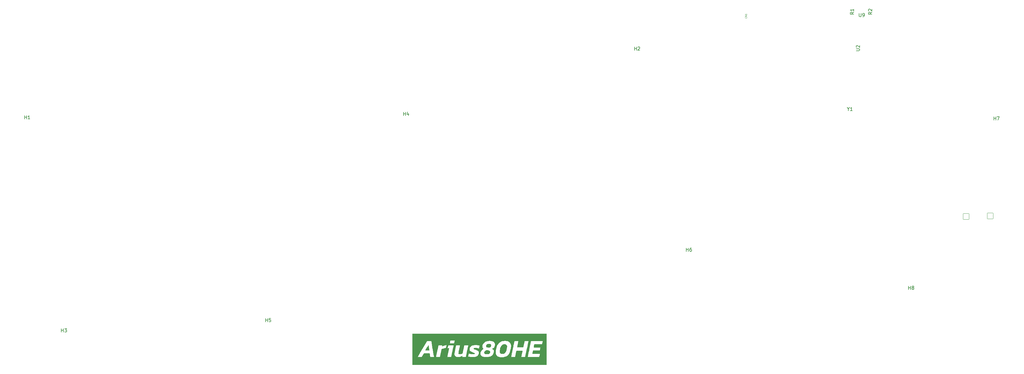
<source format=gbr>
%TF.GenerationSoftware,KiCad,Pcbnew,7.0.6*%
%TF.CreationDate,2024-04-21T10:48:58+02:00*%
%TF.ProjectId,Arius80-HE,41726975-7338-4302-9d48-452e6b696361,rev?*%
%TF.SameCoordinates,Original*%
%TF.FileFunction,Legend,Top*%
%TF.FilePolarity,Positive*%
%FSLAX46Y46*%
G04 Gerber Fmt 4.6, Leading zero omitted, Abs format (unit mm)*
G04 Created by KiCad (PCBNEW 7.0.6) date 2024-04-21 10:48:58*
%MOMM*%
%LPD*%
G01*
G04 APERTURE LIST*
G04 Aperture macros list*
%AMRoundRect*
0 Rectangle with rounded corners*
0 $1 Rounding radius*
0 $2 $3 $4 $5 $6 $7 $8 $9 X,Y pos of 4 corners*
0 Add a 4 corners polygon primitive as box body*
4,1,4,$2,$3,$4,$5,$6,$7,$8,$9,$2,$3,0*
0 Add four circle primitives for the rounded corners*
1,1,$1+$1,$2,$3*
1,1,$1+$1,$4,$5*
1,1,$1+$1,$6,$7*
1,1,$1+$1,$8,$9*
0 Add four rect primitives between the rounded corners*
20,1,$1+$1,$2,$3,$4,$5,0*
20,1,$1+$1,$4,$5,$6,$7,0*
20,1,$1+$1,$6,$7,$8,$9,0*
20,1,$1+$1,$8,$9,$2,$3,0*%
%AMHorizOval*
0 Thick line with rounded ends*
0 $1 width*
0 $2 $3 position (X,Y) of the first rounded end (center of the circle)*
0 $4 $5 position (X,Y) of the second rounded end (center of the circle)*
0 Add line between two ends*
20,1,$1,$2,$3,$4,$5,0*
0 Add two circle primitives to create the rounded ends*
1,1,$1,$2,$3*
1,1,$1,$4,$5*%
G04 Aperture macros list end*
%ADD10C,0.150000*%
%ADD11C,0.125000*%
%ADD12C,4.476000*%
%ADD13C,3.124000*%
%ADD14C,4.063800*%
%ADD15C,1.826000*%
%ADD16RoundRect,0.038000X-0.850000X0.850000X-0.850000X-0.850000X0.850000X-0.850000X0.850000X0.850000X0*%
%ADD17O,1.776000X1.776000*%
%ADD18C,0.726000*%
%ADD19O,1.076000X1.676000*%
%ADD20O,1.076000X2.176000*%
%ADD21RoundRect,0.038000X0.000000X-1.202082X1.202082X0.000000X0.000000X1.202082X-1.202082X0.000000X0*%
%ADD22HorizOval,1.776000X0.000000X0.000000X0.000000X0.000000X0*%
G04 APERTURE END LIST*
D10*
X92098095Y-170854819D02*
X92098095Y-169854819D01*
X92098095Y-170331009D02*
X92669523Y-170331009D01*
X92669523Y-170854819D02*
X92669523Y-169854819D01*
X93050476Y-169854819D02*
X93669523Y-169854819D01*
X93669523Y-169854819D02*
X93336190Y-170235771D01*
X93336190Y-170235771D02*
X93479047Y-170235771D01*
X93479047Y-170235771D02*
X93574285Y-170283390D01*
X93574285Y-170283390D02*
X93621904Y-170331009D01*
X93621904Y-170331009D02*
X93669523Y-170426247D01*
X93669523Y-170426247D02*
X93669523Y-170664342D01*
X93669523Y-170664342D02*
X93621904Y-170759580D01*
X93621904Y-170759580D02*
X93574285Y-170807200D01*
X93574285Y-170807200D02*
X93479047Y-170854819D01*
X93479047Y-170854819D02*
X93193333Y-170854819D01*
X93193333Y-170854819D02*
X93098095Y-170807200D01*
X93098095Y-170807200D02*
X93050476Y-170759580D01*
X370288095Y-107634819D02*
X370288095Y-106634819D01*
X370288095Y-107111009D02*
X370859523Y-107111009D01*
X370859523Y-107634819D02*
X370859523Y-106634819D01*
X371240476Y-106634819D02*
X371907142Y-106634819D01*
X371907142Y-106634819D02*
X371478571Y-107634819D01*
X194148095Y-106244819D02*
X194148095Y-105244819D01*
X194148095Y-105721009D02*
X194719523Y-105721009D01*
X194719523Y-106244819D02*
X194719523Y-105244819D01*
X195624285Y-105578152D02*
X195624285Y-106244819D01*
X195386190Y-105197200D02*
X195148095Y-105911485D01*
X195148095Y-105911485D02*
X195767142Y-105911485D01*
X81118095Y-107294819D02*
X81118095Y-106294819D01*
X81118095Y-106771009D02*
X81689523Y-106771009D01*
X81689523Y-107294819D02*
X81689523Y-106294819D01*
X82689523Y-107294819D02*
X82118095Y-107294819D01*
X82403809Y-107294819D02*
X82403809Y-106294819D01*
X82403809Y-106294819D02*
X82308571Y-106437676D01*
X82308571Y-106437676D02*
X82213333Y-106532914D01*
X82213333Y-106532914D02*
X82118095Y-106580533D01*
X278518095Y-146784819D02*
X278518095Y-145784819D01*
X278518095Y-146261009D02*
X279089523Y-146261009D01*
X279089523Y-146784819D02*
X279089523Y-145784819D01*
X279994285Y-145784819D02*
X279803809Y-145784819D01*
X279803809Y-145784819D02*
X279708571Y-145832438D01*
X279708571Y-145832438D02*
X279660952Y-145880057D01*
X279660952Y-145880057D02*
X279565714Y-146022914D01*
X279565714Y-146022914D02*
X279518095Y-146213390D01*
X279518095Y-146213390D02*
X279518095Y-146594342D01*
X279518095Y-146594342D02*
X279565714Y-146689580D01*
X279565714Y-146689580D02*
X279613333Y-146737200D01*
X279613333Y-146737200D02*
X279708571Y-146784819D01*
X279708571Y-146784819D02*
X279899047Y-146784819D01*
X279899047Y-146784819D02*
X279994285Y-146737200D01*
X279994285Y-146737200D02*
X280041904Y-146689580D01*
X280041904Y-146689580D02*
X280089523Y-146594342D01*
X280089523Y-146594342D02*
X280089523Y-146356247D01*
X280089523Y-146356247D02*
X280041904Y-146261009D01*
X280041904Y-146261009D02*
X279994285Y-146213390D01*
X279994285Y-146213390D02*
X279899047Y-146165771D01*
X279899047Y-146165771D02*
X279708571Y-146165771D01*
X279708571Y-146165771D02*
X279613333Y-146213390D01*
X279613333Y-146213390D02*
X279565714Y-146261009D01*
X279565714Y-146261009D02*
X279518095Y-146356247D01*
X263078095Y-86804819D02*
X263078095Y-85804819D01*
X263078095Y-86281009D02*
X263649523Y-86281009D01*
X263649523Y-86804819D02*
X263649523Y-85804819D01*
X264078095Y-85900057D02*
X264125714Y-85852438D01*
X264125714Y-85852438D02*
X264220952Y-85804819D01*
X264220952Y-85804819D02*
X264459047Y-85804819D01*
X264459047Y-85804819D02*
X264554285Y-85852438D01*
X264554285Y-85852438D02*
X264601904Y-85900057D01*
X264601904Y-85900057D02*
X264649523Y-85995295D01*
X264649523Y-85995295D02*
X264649523Y-86090533D01*
X264649523Y-86090533D02*
X264601904Y-86233390D01*
X264601904Y-86233390D02*
X264030476Y-86804819D01*
X264030476Y-86804819D02*
X264649523Y-86804819D01*
X152998095Y-167804819D02*
X152998095Y-166804819D01*
X152998095Y-167281009D02*
X153569523Y-167281009D01*
X153569523Y-167804819D02*
X153569523Y-166804819D01*
X154521904Y-166804819D02*
X154045714Y-166804819D01*
X154045714Y-166804819D02*
X153998095Y-167281009D01*
X153998095Y-167281009D02*
X154045714Y-167233390D01*
X154045714Y-167233390D02*
X154140952Y-167185771D01*
X154140952Y-167185771D02*
X154379047Y-167185771D01*
X154379047Y-167185771D02*
X154474285Y-167233390D01*
X154474285Y-167233390D02*
X154521904Y-167281009D01*
X154521904Y-167281009D02*
X154569523Y-167376247D01*
X154569523Y-167376247D02*
X154569523Y-167614342D01*
X154569523Y-167614342D02*
X154521904Y-167709580D01*
X154521904Y-167709580D02*
X154474285Y-167757200D01*
X154474285Y-167757200D02*
X154379047Y-167804819D01*
X154379047Y-167804819D02*
X154140952Y-167804819D01*
X154140952Y-167804819D02*
X154045714Y-167757200D01*
X154045714Y-167757200D02*
X153998095Y-167709580D01*
X344818095Y-158184819D02*
X344818095Y-157184819D01*
X344818095Y-157661009D02*
X345389523Y-157661009D01*
X345389523Y-158184819D02*
X345389523Y-157184819D01*
X346008571Y-157613390D02*
X345913333Y-157565771D01*
X345913333Y-157565771D02*
X345865714Y-157518152D01*
X345865714Y-157518152D02*
X345818095Y-157422914D01*
X345818095Y-157422914D02*
X345818095Y-157375295D01*
X345818095Y-157375295D02*
X345865714Y-157280057D01*
X345865714Y-157280057D02*
X345913333Y-157232438D01*
X345913333Y-157232438D02*
X346008571Y-157184819D01*
X346008571Y-157184819D02*
X346199047Y-157184819D01*
X346199047Y-157184819D02*
X346294285Y-157232438D01*
X346294285Y-157232438D02*
X346341904Y-157280057D01*
X346341904Y-157280057D02*
X346389523Y-157375295D01*
X346389523Y-157375295D02*
X346389523Y-157422914D01*
X346389523Y-157422914D02*
X346341904Y-157518152D01*
X346341904Y-157518152D02*
X346294285Y-157565771D01*
X346294285Y-157565771D02*
X346199047Y-157613390D01*
X346199047Y-157613390D02*
X346008571Y-157613390D01*
X346008571Y-157613390D02*
X345913333Y-157661009D01*
X345913333Y-157661009D02*
X345865714Y-157708628D01*
X345865714Y-157708628D02*
X345818095Y-157803866D01*
X345818095Y-157803866D02*
X345818095Y-157994342D01*
X345818095Y-157994342D02*
X345865714Y-158089580D01*
X345865714Y-158089580D02*
X345913333Y-158137200D01*
X345913333Y-158137200D02*
X346008571Y-158184819D01*
X346008571Y-158184819D02*
X346199047Y-158184819D01*
X346199047Y-158184819D02*
X346294285Y-158137200D01*
X346294285Y-158137200D02*
X346341904Y-158089580D01*
X346341904Y-158089580D02*
X346389523Y-157994342D01*
X346389523Y-157994342D02*
X346389523Y-157803866D01*
X346389523Y-157803866D02*
X346341904Y-157708628D01*
X346341904Y-157708628D02*
X346294285Y-157661009D01*
X346294285Y-157661009D02*
X346199047Y-157613390D01*
X330078095Y-75794819D02*
X330078095Y-76604342D01*
X330078095Y-76604342D02*
X330125714Y-76699580D01*
X330125714Y-76699580D02*
X330173333Y-76747200D01*
X330173333Y-76747200D02*
X330268571Y-76794819D01*
X330268571Y-76794819D02*
X330459047Y-76794819D01*
X330459047Y-76794819D02*
X330554285Y-76747200D01*
X330554285Y-76747200D02*
X330601904Y-76699580D01*
X330601904Y-76699580D02*
X330649523Y-76604342D01*
X330649523Y-76604342D02*
X330649523Y-75794819D01*
X331173333Y-76794819D02*
X331363809Y-76794819D01*
X331363809Y-76794819D02*
X331459047Y-76747200D01*
X331459047Y-76747200D02*
X331506666Y-76699580D01*
X331506666Y-76699580D02*
X331601904Y-76556723D01*
X331601904Y-76556723D02*
X331649523Y-76366247D01*
X331649523Y-76366247D02*
X331649523Y-75985295D01*
X331649523Y-75985295D02*
X331601904Y-75890057D01*
X331601904Y-75890057D02*
X331554285Y-75842438D01*
X331554285Y-75842438D02*
X331459047Y-75794819D01*
X331459047Y-75794819D02*
X331268571Y-75794819D01*
X331268571Y-75794819D02*
X331173333Y-75842438D01*
X331173333Y-75842438D02*
X331125714Y-75890057D01*
X331125714Y-75890057D02*
X331078095Y-75985295D01*
X331078095Y-75985295D02*
X331078095Y-76223390D01*
X331078095Y-76223390D02*
X331125714Y-76318628D01*
X331125714Y-76318628D02*
X331173333Y-76366247D01*
X331173333Y-76366247D02*
X331268571Y-76413866D01*
X331268571Y-76413866D02*
X331459047Y-76413866D01*
X331459047Y-76413866D02*
X331554285Y-76366247D01*
X331554285Y-76366247D02*
X331601904Y-76318628D01*
X331601904Y-76318628D02*
X331649523Y-76223390D01*
D11*
X296507190Y-76883928D02*
X296531000Y-76907737D01*
X296531000Y-76907737D02*
X296554809Y-76979166D01*
X296554809Y-76979166D02*
X296554809Y-77026785D01*
X296554809Y-77026785D02*
X296531000Y-77098213D01*
X296531000Y-77098213D02*
X296483380Y-77145832D01*
X296483380Y-77145832D02*
X296435761Y-77169642D01*
X296435761Y-77169642D02*
X296340523Y-77193451D01*
X296340523Y-77193451D02*
X296269095Y-77193451D01*
X296269095Y-77193451D02*
X296173857Y-77169642D01*
X296173857Y-77169642D02*
X296126238Y-77145832D01*
X296126238Y-77145832D02*
X296078619Y-77098213D01*
X296078619Y-77098213D02*
X296054809Y-77026785D01*
X296054809Y-77026785D02*
X296054809Y-76979166D01*
X296054809Y-76979166D02*
X296078619Y-76907737D01*
X296078619Y-76907737D02*
X296102428Y-76883928D01*
X296221476Y-76455356D02*
X296554809Y-76455356D01*
X296031000Y-76574404D02*
X296388142Y-76693451D01*
X296388142Y-76693451D02*
X296388142Y-76383928D01*
X296554809Y-75931547D02*
X296554809Y-76217261D01*
X296554809Y-76074404D02*
X296054809Y-76074404D01*
X296054809Y-76074404D02*
X296126238Y-76122023D01*
X296126238Y-76122023D02*
X296173857Y-76169642D01*
X296173857Y-76169642D02*
X296197666Y-76217261D01*
D10*
X333834819Y-75456666D02*
X333358628Y-75789999D01*
X333834819Y-76028094D02*
X332834819Y-76028094D01*
X332834819Y-76028094D02*
X332834819Y-75647142D01*
X332834819Y-75647142D02*
X332882438Y-75551904D01*
X332882438Y-75551904D02*
X332930057Y-75504285D01*
X332930057Y-75504285D02*
X333025295Y-75456666D01*
X333025295Y-75456666D02*
X333168152Y-75456666D01*
X333168152Y-75456666D02*
X333263390Y-75504285D01*
X333263390Y-75504285D02*
X333311009Y-75551904D01*
X333311009Y-75551904D02*
X333358628Y-75647142D01*
X333358628Y-75647142D02*
X333358628Y-76028094D01*
X332930057Y-75075713D02*
X332882438Y-75028094D01*
X332882438Y-75028094D02*
X332834819Y-74932856D01*
X332834819Y-74932856D02*
X332834819Y-74694761D01*
X332834819Y-74694761D02*
X332882438Y-74599523D01*
X332882438Y-74599523D02*
X332930057Y-74551904D01*
X332930057Y-74551904D02*
X333025295Y-74504285D01*
X333025295Y-74504285D02*
X333120533Y-74504285D01*
X333120533Y-74504285D02*
X333263390Y-74551904D01*
X333263390Y-74551904D02*
X333834819Y-75123332D01*
X333834819Y-75123332D02*
X333834819Y-74504285D01*
X328444819Y-75456666D02*
X327968628Y-75789999D01*
X328444819Y-76028094D02*
X327444819Y-76028094D01*
X327444819Y-76028094D02*
X327444819Y-75647142D01*
X327444819Y-75647142D02*
X327492438Y-75551904D01*
X327492438Y-75551904D02*
X327540057Y-75504285D01*
X327540057Y-75504285D02*
X327635295Y-75456666D01*
X327635295Y-75456666D02*
X327778152Y-75456666D01*
X327778152Y-75456666D02*
X327873390Y-75504285D01*
X327873390Y-75504285D02*
X327921009Y-75551904D01*
X327921009Y-75551904D02*
X327968628Y-75647142D01*
X327968628Y-75647142D02*
X327968628Y-76028094D01*
X328444819Y-74504285D02*
X328444819Y-75075713D01*
X328444819Y-74789999D02*
X327444819Y-74789999D01*
X327444819Y-74789999D02*
X327587676Y-74885237D01*
X327587676Y-74885237D02*
X327682914Y-74980475D01*
X327682914Y-74980475D02*
X327730533Y-75075713D01*
X326843809Y-104328628D02*
X326843809Y-104804819D01*
X326510476Y-103804819D02*
X326843809Y-104328628D01*
X326843809Y-104328628D02*
X327177142Y-103804819D01*
X328034285Y-104804819D02*
X327462857Y-104804819D01*
X327748571Y-104804819D02*
X327748571Y-103804819D01*
X327748571Y-103804819D02*
X327653333Y-103947676D01*
X327653333Y-103947676D02*
X327558095Y-104042914D01*
X327558095Y-104042914D02*
X327462857Y-104090533D01*
X329182319Y-86929404D02*
X329991842Y-86929404D01*
X329991842Y-86929404D02*
X330087080Y-86881785D01*
X330087080Y-86881785D02*
X330134700Y-86834166D01*
X330134700Y-86834166D02*
X330182319Y-86738928D01*
X330182319Y-86738928D02*
X330182319Y-86548452D01*
X330182319Y-86548452D02*
X330134700Y-86453214D01*
X330134700Y-86453214D02*
X330087080Y-86405595D01*
X330087080Y-86405595D02*
X329991842Y-86357976D01*
X329991842Y-86357976D02*
X329182319Y-86357976D01*
X329277557Y-85929404D02*
X329229938Y-85881785D01*
X329229938Y-85881785D02*
X329182319Y-85786547D01*
X329182319Y-85786547D02*
X329182319Y-85548452D01*
X329182319Y-85548452D02*
X329229938Y-85453214D01*
X329229938Y-85453214D02*
X329277557Y-85405595D01*
X329277557Y-85405595D02*
X329372795Y-85357976D01*
X329372795Y-85357976D02*
X329468033Y-85357976D01*
X329468033Y-85357976D02*
X329610890Y-85405595D01*
X329610890Y-85405595D02*
X330182319Y-85977023D01*
X330182319Y-85977023D02*
X330182319Y-85357976D01*
%TO.C,G\u002A\u002A\u002A*%
G36*
X229819395Y-177817781D02*
G01*
X229807195Y-177829981D01*
X229794996Y-177817781D01*
X229807195Y-177805581D01*
X229819395Y-177817781D01*
G37*
G36*
X219733429Y-174394464D02*
G01*
X219870070Y-174402714D01*
X219969724Y-174415199D01*
X220044152Y-174433921D01*
X220096148Y-174456117D01*
X220188412Y-174509992D01*
X220246419Y-174565078D01*
X220277645Y-174634634D01*
X220289568Y-174731918D01*
X220290610Y-174800959D01*
X220271872Y-174991935D01*
X220215686Y-175153945D01*
X220119650Y-175290706D01*
X219981362Y-175405934D01*
X219852841Y-175478353D01*
X219757815Y-175520646D01*
X219674238Y-175546217D01*
X219589457Y-175555755D01*
X219490824Y-175549950D01*
X219365687Y-175529491D01*
X219270769Y-175510074D01*
X219108811Y-175469307D01*
X218987854Y-175422865D01*
X218900120Y-175366330D01*
X218837827Y-175295285D01*
X218812235Y-175249762D01*
X218775872Y-175119294D01*
X218782602Y-174969636D01*
X218832212Y-174804094D01*
X218842483Y-174780029D01*
X218921504Y-174644191D01*
X219026812Y-174539096D01*
X219161806Y-174463273D01*
X219329883Y-174415252D01*
X219534442Y-174393563D01*
X219733429Y-174394464D01*
G37*
G36*
X201585798Y-174736670D02*
G01*
X201597667Y-174760543D01*
X201612269Y-174811648D01*
X201630416Y-174893813D01*
X201652915Y-175010864D01*
X201680579Y-175166629D01*
X201714216Y-175364934D01*
X201733388Y-175480391D01*
X201765033Y-175671282D01*
X201794633Y-175848536D01*
X201821130Y-176005926D01*
X201843468Y-176137225D01*
X201860591Y-176236206D01*
X201871443Y-176296642D01*
X201874333Y-176311105D01*
X201887125Y-176366004D01*
X201248650Y-176366004D01*
X201078554Y-176365337D01*
X200926293Y-176363459D01*
X200798118Y-176360551D01*
X200700278Y-176356796D01*
X200639022Y-176352376D01*
X200620420Y-176347704D01*
X200658448Y-176280986D01*
X200714467Y-176184327D01*
X200785141Y-176063349D01*
X200867138Y-175923677D01*
X200957123Y-175770935D01*
X201051761Y-175610747D01*
X201147718Y-175448737D01*
X201241659Y-175290528D01*
X201330251Y-175141745D01*
X201410159Y-175008012D01*
X201478049Y-174894951D01*
X201530586Y-174808188D01*
X201564437Y-174753347D01*
X201575852Y-174736203D01*
X201585798Y-174736670D01*
G37*
G36*
X219007937Y-176263787D02*
G01*
X219112405Y-176278019D01*
X219248328Y-176305324D01*
X219315361Y-176320101D01*
X219499719Y-176363807D01*
X219642838Y-176404271D01*
X219751888Y-176444405D01*
X219834039Y-176487123D01*
X219896461Y-176535340D01*
X219928335Y-176569197D01*
X219960928Y-176612087D01*
X219978889Y-176653496D01*
X219985266Y-176708448D01*
X219983111Y-176791966D01*
X219981024Y-176828734D01*
X219949912Y-177015435D01*
X219880820Y-177171576D01*
X219773910Y-177296938D01*
X219629344Y-177391299D01*
X219540958Y-177427489D01*
X219451319Y-177448458D01*
X219325889Y-177464700D01*
X219177480Y-177475876D01*
X219018903Y-177481650D01*
X218862967Y-177481684D01*
X218722485Y-177475640D01*
X218610267Y-177463181D01*
X218564348Y-177453219D01*
X218420664Y-177396046D01*
X218319548Y-177317202D01*
X218259194Y-177213673D01*
X218237793Y-177082447D01*
X218251483Y-176931688D01*
X218304088Y-176740310D01*
X218389261Y-176583216D01*
X218510741Y-176455318D01*
X218672266Y-176351526D01*
X218680971Y-176347123D01*
X218771441Y-176304297D01*
X218848637Y-176276450D01*
X218923742Y-176263106D01*
X219007937Y-176263787D01*
G37*
G36*
X224482837Y-174527200D02*
G01*
X224668356Y-174573697D01*
X224816372Y-174651414D01*
X224926887Y-174760352D01*
X224999901Y-174900512D01*
X225002713Y-174908777D01*
X225027307Y-175029585D01*
X225035769Y-175187914D01*
X225029089Y-175375587D01*
X225008258Y-175584426D01*
X224974267Y-175806257D01*
X224928104Y-176032901D01*
X224870762Y-176256184D01*
X224819581Y-176420771D01*
X224714891Y-176687002D01*
X224595201Y-176908675D01*
X224458691Y-177088216D01*
X224303539Y-177228053D01*
X224141972Y-177324101D01*
X224068648Y-177357345D01*
X224006492Y-177379918D01*
X223942548Y-177394156D01*
X223863857Y-177402393D01*
X223757461Y-177406963D01*
X223670692Y-177409004D01*
X223520281Y-177410032D01*
X223407988Y-177405457D01*
X223323366Y-177394449D01*
X223255967Y-177376182D01*
X223255899Y-177376157D01*
X223110306Y-177306171D01*
X223001426Y-177210055D01*
X222920894Y-177080369D01*
X222919195Y-177076684D01*
X222890236Y-177007633D01*
X222872026Y-176943988D01*
X222862332Y-176871147D01*
X222858921Y-176774512D01*
X222859087Y-176683680D01*
X222876121Y-176396433D01*
X222919998Y-176093219D01*
X222987266Y-175789243D01*
X223074470Y-175499712D01*
X223178158Y-175239832D01*
X223195158Y-175203853D01*
X223320751Y-174983366D01*
X223463941Y-174807509D01*
X223627686Y-174674359D01*
X223814942Y-174581996D01*
X224028665Y-174528498D01*
X224259813Y-174511923D01*
X224482837Y-174527200D01*
G37*
G36*
X236797685Y-176024409D02*
G01*
X236797685Y-180660336D01*
X216790000Y-180660336D01*
X196782316Y-180660336D01*
X196782316Y-178294470D01*
X203852689Y-178294470D01*
X204432920Y-178287922D01*
X205013151Y-178281374D01*
X205015160Y-178271828D01*
X207225351Y-178271828D01*
X207248665Y-178278061D01*
X207314268Y-178283570D01*
X207415654Y-178288107D01*
X207546314Y-178291423D01*
X207699741Y-178293272D01*
X207796097Y-178293573D01*
X208366843Y-178293573D01*
X208380423Y-178238674D01*
X208387637Y-178206012D01*
X208404031Y-178129631D01*
X208428750Y-178013570D01*
X208460940Y-177861869D01*
X208499745Y-177678565D01*
X208544313Y-177467697D01*
X208570432Y-177343955D01*
X209351510Y-177343955D01*
X209352519Y-177399919D01*
X209353462Y-177427387D01*
X209360479Y-177553961D01*
X209372739Y-177648853D01*
X209393616Y-177729144D01*
X209426482Y-177811917D01*
X209431696Y-177823498D01*
X209536009Y-177997964D01*
X209674112Y-178137794D01*
X209845127Y-178242697D01*
X210048178Y-178312383D01*
X210282387Y-178346561D01*
X210546878Y-178344940D01*
X210840774Y-178307231D01*
X210873094Y-178301206D01*
X211134096Y-178234690D01*
X211380517Y-178140112D01*
X211513214Y-178072816D01*
X211584170Y-178034420D01*
X211638004Y-178008271D01*
X211659612Y-178000734D01*
X211668196Y-178022811D01*
X211671715Y-178080255D01*
X211670014Y-178147131D01*
X211661747Y-178293573D01*
X212200705Y-178293573D01*
X212356973Y-178292852D01*
X212495445Y-178290833D01*
X212609174Y-178287730D01*
X212691208Y-178283760D01*
X212734596Y-178279139D01*
X212739664Y-178276849D01*
X212744565Y-178250311D01*
X212758612Y-178180691D01*
X212771967Y-178115731D01*
X213448229Y-178115731D01*
X213456241Y-178150511D01*
X213488926Y-178176725D01*
X213557002Y-178202176D01*
X213574073Y-178207346D01*
X213826574Y-178268190D01*
X214112041Y-178312698D01*
X214417215Y-178340169D01*
X214728835Y-178349903D01*
X215033642Y-178341198D01*
X215318375Y-178313352D01*
X215385726Y-178303177D01*
X215673320Y-178238357D01*
X215922420Y-178143865D01*
X216133662Y-178019193D01*
X216307678Y-177863829D01*
X216445103Y-177677266D01*
X216546572Y-177458993D01*
X216583205Y-177340882D01*
X216596615Y-177269252D01*
X217120982Y-177269252D01*
X217121010Y-177392484D01*
X217124338Y-177480505D01*
X217133369Y-177546894D01*
X217150510Y-177605231D01*
X217178162Y-177669096D01*
X217199591Y-177713261D01*
X217301323Y-177875376D01*
X217435651Y-178011384D01*
X217606101Y-178123748D01*
X217816205Y-178214926D01*
X217997781Y-178269818D01*
X218198049Y-178309547D01*
X218434010Y-178335942D01*
X218694312Y-178348627D01*
X218967599Y-178347226D01*
X219242518Y-178331360D01*
X219392370Y-178316087D01*
X219680828Y-178266013D01*
X219956011Y-178187761D01*
X220207234Y-178085031D01*
X220423810Y-177961524D01*
X220431779Y-177956082D01*
X220625517Y-177794161D01*
X220792299Y-177596666D01*
X220927876Y-177371216D01*
X221027994Y-177125434D01*
X221088404Y-176866940D01*
X221100893Y-176756658D01*
X221100106Y-176709328D01*
X221677140Y-176709328D01*
X221683325Y-177009861D01*
X221719520Y-177283393D01*
X221785873Y-177525940D01*
X221860775Y-177695003D01*
X221941602Y-177815616D01*
X222052744Y-177941897D01*
X222179864Y-178059826D01*
X222308625Y-178155382D01*
X222365313Y-178188411D01*
X222540914Y-178266119D01*
X222742706Y-178332836D01*
X222948235Y-178381416D01*
X222999703Y-178390224D01*
X223122311Y-178402234D01*
X223280288Y-178407235D01*
X223460789Y-178405756D01*
X223650969Y-178398330D01*
X223837985Y-178385486D01*
X224008991Y-178367757D01*
X224151144Y-178345674D01*
X224170058Y-178341834D01*
X224456083Y-178264375D01*
X226271585Y-178264375D01*
X226281616Y-178274697D01*
X226307664Y-178282263D01*
X226355351Y-178287497D01*
X226430301Y-178290821D01*
X226538136Y-178292659D01*
X226684480Y-178293434D01*
X226839192Y-178293573D01*
X227416764Y-178293573D01*
X227595061Y-177445687D01*
X227637391Y-177244961D01*
X227677470Y-177055995D01*
X227713972Y-176884955D01*
X227745573Y-176738008D01*
X227770947Y-176621318D01*
X227788770Y-176541053D01*
X227796933Y-176506302D01*
X227820508Y-176414803D01*
X228746753Y-176414803D01*
X229015825Y-176415449D01*
X229239860Y-176417376D01*
X229418145Y-176420563D01*
X229549967Y-176424992D01*
X229634614Y-176430644D01*
X229671372Y-176437500D01*
X229672998Y-176439465D01*
X229668125Y-176468200D01*
X229654417Y-176538176D01*
X229633233Y-176642912D01*
X229605937Y-176775929D01*
X229573888Y-176930744D01*
X229538450Y-177100878D01*
X229500983Y-177279849D01*
X229462849Y-177461178D01*
X229425410Y-177638383D01*
X229390027Y-177804984D01*
X229358063Y-177954500D01*
X229330878Y-178080450D01*
X229309834Y-178176354D01*
X229296293Y-178235731D01*
X229292415Y-178250874D01*
X229291120Y-178264334D01*
X229300268Y-178274631D01*
X229325440Y-178282183D01*
X229372216Y-178287409D01*
X229446176Y-178290726D01*
X229552899Y-178292552D01*
X229697966Y-178293304D01*
X229860450Y-178293411D01*
X230441585Y-178293249D01*
X230442800Y-178287474D01*
X231210980Y-178287474D01*
X231234596Y-178288482D01*
X231303132Y-178289438D01*
X231412706Y-178290328D01*
X231559438Y-178291139D01*
X231739447Y-178291857D01*
X231948853Y-178292468D01*
X232183777Y-178292958D01*
X232440336Y-178293315D01*
X232714651Y-178293523D01*
X232937146Y-178293573D01*
X234664118Y-178293573D01*
X234754963Y-177860480D01*
X234784002Y-177721066D01*
X234809194Y-177598257D01*
X234828943Y-177499983D01*
X234841655Y-177434175D01*
X234845762Y-177409087D01*
X234822147Y-177405398D01*
X234754494Y-177401958D01*
X234647566Y-177398843D01*
X234506124Y-177396127D01*
X234334930Y-177393888D01*
X234138745Y-177392202D01*
X233922331Y-177391143D01*
X233697290Y-177390788D01*
X233430639Y-177390703D01*
X233208754Y-177390349D01*
X233027602Y-177389574D01*
X232883150Y-177388225D01*
X232771365Y-177386152D01*
X232688214Y-177383203D01*
X232629663Y-177379227D01*
X232591680Y-177374070D01*
X232570232Y-177367583D01*
X232561285Y-177359614D01*
X232560806Y-177350010D01*
X232561311Y-177348088D01*
X232570283Y-177310948D01*
X232587340Y-177234804D01*
X232610566Y-177128418D01*
X232638044Y-177000551D01*
X232661394Y-176890596D01*
X232690902Y-176751982D01*
X232717720Y-176627961D01*
X232739921Y-176527293D01*
X232755577Y-176458740D01*
X232762034Y-176433103D01*
X232767906Y-176422577D01*
X232781434Y-176413931D01*
X232807018Y-176406981D01*
X232849059Y-176401544D01*
X232911956Y-176397436D01*
X233000109Y-176394474D01*
X233117919Y-176392475D01*
X233269786Y-176391254D01*
X233460109Y-176390628D01*
X233693289Y-176390415D01*
X233785977Y-176390403D01*
X234002784Y-176390261D01*
X234203706Y-176389855D01*
X234383663Y-176389216D01*
X234537574Y-176388374D01*
X234660358Y-176387360D01*
X234746934Y-176386205D01*
X234792221Y-176384939D01*
X234797800Y-176384303D01*
X234802760Y-176359654D01*
X234816023Y-176294759D01*
X234836042Y-176197164D01*
X234861269Y-176074418D01*
X234890155Y-175934068D01*
X234890393Y-175932911D01*
X234982102Y-175487618D01*
X233974524Y-175487618D01*
X233715801Y-175487318D01*
X233502271Y-175486347D01*
X233330330Y-175484596D01*
X233196376Y-175481955D01*
X233096806Y-175478316D01*
X233028016Y-175473569D01*
X232986404Y-175467605D01*
X232968365Y-175460315D01*
X232966942Y-175457118D01*
X232971927Y-175424767D01*
X232985820Y-175352581D01*
X233007026Y-175248381D01*
X233033951Y-175119986D01*
X233064999Y-174975217D01*
X233068967Y-174956926D01*
X233170995Y-174487233D01*
X234320150Y-174487233D01*
X235469305Y-174487233D01*
X235560151Y-174054140D01*
X235589190Y-173914712D01*
X235614383Y-173791875D01*
X235634132Y-173693563D01*
X235646843Y-173627712D01*
X235650950Y-173602584D01*
X235627190Y-173599616D01*
X235558519Y-173596969D01*
X235448822Y-173594670D01*
X235301984Y-173592748D01*
X235121893Y-173591228D01*
X234912435Y-173590140D01*
X234677495Y-173589510D01*
X234420961Y-173589366D01*
X234146717Y-173589736D01*
X233926861Y-173590384D01*
X232202818Y-173596647D01*
X231707302Y-175939010D01*
X231637473Y-176269122D01*
X231570558Y-176585506D01*
X231507240Y-176884923D01*
X231448204Y-177164136D01*
X231394134Y-177419909D01*
X231345715Y-177649003D01*
X231303629Y-177848181D01*
X231268563Y-178014206D01*
X231241199Y-178143839D01*
X231222223Y-178233845D01*
X231212317Y-178280984D01*
X231210980Y-178287474D01*
X230442800Y-178287474D01*
X230928086Y-175981548D01*
X230997315Y-175652663D01*
X231063816Y-175336878D01*
X231126884Y-175037521D01*
X231185819Y-174757923D01*
X231239917Y-174501412D01*
X231288475Y-174271318D01*
X231330790Y-174070971D01*
X231366161Y-173903699D01*
X231393884Y-173772831D01*
X231413256Y-173681698D01*
X231423575Y-173633629D01*
X231425024Y-173627147D01*
X231425425Y-173613605D01*
X231415396Y-173603263D01*
X231389296Y-173595693D01*
X231341485Y-173590467D01*
X231266323Y-173587157D01*
X231158170Y-173585337D01*
X231011385Y-173584578D01*
X230861835Y-173584448D01*
X230668748Y-173585085D01*
X230519936Y-173587152D01*
X230410891Y-173590886D01*
X230337104Y-173596521D01*
X230294067Y-173604292D01*
X230277269Y-173614434D01*
X230277059Y-173614947D01*
X230269682Y-173644974D01*
X230253479Y-173717349D01*
X230229620Y-173826655D01*
X230199269Y-173967473D01*
X230163594Y-174134387D01*
X230123762Y-174321978D01*
X230080940Y-174524830D01*
X230074732Y-174554332D01*
X229883555Y-175463218D01*
X228948224Y-175463218D01*
X228012894Y-175463218D01*
X228025575Y-175408319D01*
X228036839Y-175357413D01*
X228055889Y-175268918D01*
X228081385Y-175149234D01*
X228111984Y-175004763D01*
X228146347Y-174841904D01*
X228183131Y-174667058D01*
X228220996Y-174486625D01*
X228258601Y-174307006D01*
X228294604Y-174134600D01*
X228327666Y-173975808D01*
X228356444Y-173837032D01*
X228379598Y-173724670D01*
X228395786Y-173645123D01*
X228403668Y-173604792D01*
X228404218Y-173601172D01*
X228380942Y-173596462D01*
X228315609Y-173592265D01*
X228214960Y-173588778D01*
X228085737Y-173586198D01*
X227934679Y-173584722D01*
X227831291Y-173584448D01*
X227258365Y-173584448D01*
X227245422Y-173639347D01*
X227238623Y-173670698D01*
X227222495Y-173746409D01*
X227197754Y-173863082D01*
X227165118Y-174017323D01*
X227125303Y-174205737D01*
X227079026Y-174424927D01*
X227027004Y-174671499D01*
X226969953Y-174942056D01*
X226908591Y-175233205D01*
X226843635Y-175541548D01*
X226775800Y-175863691D01*
X226757376Y-175951210D01*
X226688964Y-176276131D01*
X226623288Y-176587931D01*
X226561060Y-176883238D01*
X226502990Y-177158682D01*
X226449790Y-177410890D01*
X226402173Y-177636493D01*
X226360850Y-177832117D01*
X226326532Y-177994392D01*
X226299932Y-178119946D01*
X226281760Y-178205408D01*
X226272729Y-178247407D01*
X226271946Y-178250874D01*
X226271585Y-178264375D01*
X224456083Y-178264375D01*
X224488275Y-178255657D01*
X224774829Y-178137422D01*
X225031618Y-177985274D01*
X225260540Y-177797355D01*
X225463493Y-177571809D01*
X225642377Y-177306779D01*
X225799089Y-177000409D01*
X225935527Y-176650843D01*
X225953279Y-176597864D01*
X226039522Y-176309859D01*
X226111346Y-176017330D01*
X226167234Y-175729554D01*
X226205672Y-175455809D01*
X226225142Y-175205371D01*
X226224128Y-174987518D01*
X226221828Y-174954617D01*
X226197273Y-174772555D01*
X226154820Y-174583841D01*
X226099250Y-174405798D01*
X226035342Y-174255753D01*
X226022207Y-174231037D01*
X225919227Y-174081894D01*
X225783087Y-173937555D01*
X225628592Y-173811799D01*
X225472176Y-173719169D01*
X225318642Y-173653524D01*
X225167157Y-173604618D01*
X225002331Y-173568547D01*
X224808773Y-173541410D01*
X224744203Y-173534568D01*
X224530034Y-173523346D01*
X224289825Y-173527799D01*
X224043331Y-173546756D01*
X223810312Y-173579042D01*
X223727758Y-173594908D01*
X223406538Y-173684031D01*
X223114249Y-173810588D01*
X222850065Y-173975381D01*
X222613160Y-174179210D01*
X222402707Y-174422875D01*
X222217878Y-174707178D01*
X222057848Y-175032917D01*
X221949523Y-175316820D01*
X221837156Y-175685538D01*
X221754204Y-176043184D01*
X221700815Y-176385775D01*
X221677140Y-176709328D01*
X221100106Y-176709328D01*
X221097434Y-176548740D01*
X221052262Y-176365599D01*
X220964316Y-176205016D01*
X220832536Y-176064777D01*
X220735126Y-175991568D01*
X220594789Y-175897728D01*
X220735863Y-175813264D01*
X220928634Y-175672718D01*
X221093365Y-175502099D01*
X221227439Y-175308074D01*
X221328238Y-175097308D01*
X221393144Y-174876469D01*
X221419540Y-174652222D01*
X221404809Y-174431233D01*
X221353794Y-174239485D01*
X221262431Y-174056563D01*
X221134802Y-173901336D01*
X220969284Y-173772627D01*
X220764258Y-173669255D01*
X220518105Y-173590042D01*
X220435007Y-173570598D01*
X220310060Y-173551169D01*
X220149798Y-173537477D01*
X219967386Y-173529665D01*
X219775985Y-173527876D01*
X219588759Y-173532251D01*
X219418872Y-173542935D01*
X219290961Y-173558177D01*
X218961638Y-173630107D01*
X218668188Y-173734818D01*
X218410768Y-173872183D01*
X218189536Y-174042073D01*
X218004649Y-174244359D01*
X217856264Y-174478913D01*
X217744539Y-174745607D01*
X217714456Y-174845311D01*
X217675168Y-175062037D01*
X217678182Y-175265537D01*
X217722153Y-175451584D01*
X217805739Y-175615952D01*
X217927598Y-175754414D01*
X218026814Y-175828595D01*
X218051827Y-175854501D01*
X218045309Y-175867652D01*
X217865765Y-175965798D01*
X217686651Y-176099263D01*
X217521153Y-176256261D01*
X217382458Y-176425008D01*
X217328270Y-176508426D01*
X217237506Y-176677211D01*
X217176277Y-176831605D01*
X217139792Y-176989193D01*
X217123259Y-177167561D01*
X217120982Y-177269252D01*
X216596615Y-177269252D01*
X216607415Y-177211568D01*
X216617908Y-177068214D01*
X216614928Y-176926567D01*
X216598719Y-176802371D01*
X216573605Y-176719798D01*
X216511963Y-176616522D01*
X216423092Y-176521398D01*
X216303091Y-176432102D01*
X216148054Y-176346313D01*
X215954077Y-176261709D01*
X215717258Y-176175967D01*
X215589684Y-176134502D01*
X215457952Y-176091083D01*
X215336667Y-176047706D01*
X215236411Y-176008403D01*
X215167765Y-175977204D01*
X215150491Y-175967210D01*
X215082676Y-175901124D01*
X215061102Y-175828319D01*
X215086627Y-175754329D01*
X215112675Y-175723147D01*
X215186969Y-175677241D01*
X215300558Y-175643475D01*
X215445486Y-175621789D01*
X215613798Y-175612127D01*
X215797538Y-175614430D01*
X215988751Y-175628640D01*
X216179481Y-175654700D01*
X216361772Y-175692551D01*
X216502122Y-175733270D01*
X216578613Y-175757744D01*
X216633619Y-175772896D01*
X216654305Y-175775532D01*
X216660550Y-175750432D01*
X216674782Y-175685312D01*
X216695349Y-175587988D01*
X216720594Y-175466276D01*
X216744835Y-175347819D01*
X216830359Y-174927425D01*
X216755281Y-174903073D01*
X216574537Y-174855667D01*
X216358531Y-174817233D01*
X216120168Y-174788912D01*
X215872352Y-174771847D01*
X215627989Y-174767177D01*
X215399982Y-174776045D01*
X215358008Y-174779496D01*
X215070352Y-174815443D01*
X214823153Y-174868689D01*
X214610481Y-174941370D01*
X214426410Y-175035623D01*
X214265009Y-175153586D01*
X214227507Y-175187033D01*
X214085404Y-175350428D01*
X213975222Y-175543496D01*
X213900894Y-175755936D01*
X213866353Y-175977444D01*
X213867712Y-176129425D01*
X213886833Y-176257170D01*
X213924945Y-176369830D01*
X213986016Y-176470650D01*
X214074012Y-176562877D01*
X214192899Y-176649758D01*
X214346643Y-176734539D01*
X214539212Y-176820466D01*
X214774571Y-176910787D01*
X214859280Y-176941045D01*
X215036432Y-177005309D01*
X215171635Y-177059551D01*
X215269900Y-177107020D01*
X215336238Y-177150964D01*
X215375659Y-177194631D01*
X215393176Y-177241270D01*
X215394402Y-177287911D01*
X215368567Y-177372361D01*
X215318053Y-177424963D01*
X215290706Y-177443019D01*
X215259381Y-177456261D01*
X215216504Y-177465427D01*
X215154499Y-177471257D01*
X215065791Y-177474489D01*
X214942806Y-177475862D01*
X214793461Y-177476118D01*
X214563406Y-177473062D01*
X214369847Y-177462887D01*
X214200790Y-177443969D01*
X214044244Y-177414684D01*
X213888214Y-177373409D01*
X213779900Y-177338879D01*
X213703008Y-177315697D01*
X213645993Y-177303479D01*
X213623324Y-177304182D01*
X213613361Y-177332109D01*
X213596118Y-177398120D01*
X213573710Y-177492410D01*
X213548253Y-177605177D01*
X213521860Y-177726618D01*
X213496648Y-177846929D01*
X213474731Y-177956308D01*
X213458225Y-178044951D01*
X213449244Y-178103055D01*
X213448229Y-178115731D01*
X212771967Y-178115731D01*
X212780826Y-178072644D01*
X212810226Y-177930824D01*
X212845831Y-177759887D01*
X212886660Y-177564488D01*
X212931734Y-177349280D01*
X212980070Y-177118920D01*
X213030689Y-176878062D01*
X213082610Y-176631360D01*
X213134853Y-176383470D01*
X213186436Y-176139046D01*
X213236379Y-175902743D01*
X213283702Y-175679216D01*
X213327423Y-175473120D01*
X213366562Y-175289109D01*
X213400139Y-175131839D01*
X213427173Y-175005964D01*
X213446683Y-174916140D01*
X213457688Y-174867020D01*
X213459641Y-174859328D01*
X213452909Y-174849318D01*
X213421936Y-174841611D01*
X213362142Y-174835960D01*
X213268951Y-174832120D01*
X213137782Y-174829847D01*
X212964059Y-174828894D01*
X212889865Y-174828828D01*
X212309608Y-174828828D01*
X212056488Y-176019670D01*
X211803367Y-177210512D01*
X211686605Y-177291012D01*
X211516251Y-177393715D01*
X211351008Y-177458986D01*
X211173274Y-177492332D01*
X211019491Y-177499710D01*
X210867938Y-177495130D01*
X210755114Y-177478068D01*
X210671862Y-177445415D01*
X210609020Y-177394061D01*
X210574428Y-177348647D01*
X210556471Y-177314048D01*
X210544352Y-177270742D01*
X210538604Y-177214693D01*
X210539762Y-177141864D01*
X210548361Y-177048218D01*
X210564935Y-176929717D01*
X210590018Y-176782325D01*
X210624145Y-176602004D01*
X210667850Y-176384719D01*
X210721668Y-176126431D01*
X210760447Y-175943464D01*
X210807051Y-175723809D01*
X210850341Y-175518272D01*
X210889278Y-175331898D01*
X210922823Y-175169730D01*
X210949936Y-175036813D01*
X210969578Y-174938192D01*
X210980711Y-174878909D01*
X210982892Y-174863781D01*
X210976232Y-174852492D01*
X210952662Y-174843848D01*
X210906797Y-174837522D01*
X210833250Y-174833185D01*
X210726635Y-174830510D01*
X210581567Y-174829168D01*
X210409501Y-174828828D01*
X210248077Y-174829498D01*
X210104235Y-174831379D01*
X209984714Y-174834277D01*
X209896253Y-174837997D01*
X209845588Y-174842347D01*
X209836110Y-174845335D01*
X209831201Y-174871790D01*
X209817125Y-174941309D01*
X209794855Y-175049224D01*
X209765369Y-175190866D01*
X209729640Y-175361564D01*
X209688644Y-175556651D01*
X209643356Y-175771457D01*
X209594751Y-176001314D01*
X209590239Y-176022616D01*
X209533777Y-176289639D01*
X209486731Y-176513786D01*
X209448287Y-176699894D01*
X209417628Y-176852802D01*
X209393939Y-176977346D01*
X209376405Y-177078366D01*
X209364211Y-177160699D01*
X209356541Y-177229183D01*
X209352579Y-177288655D01*
X209351510Y-177343955D01*
X208570432Y-177343955D01*
X208593787Y-177233304D01*
X208647314Y-176979423D01*
X208704039Y-176710094D01*
X208737941Y-176549001D01*
X208796069Y-176272968D01*
X208851480Y-176010346D01*
X208903321Y-175765137D01*
X208950741Y-175541341D01*
X208992891Y-175342957D01*
X209028919Y-175173988D01*
X209057975Y-175038434D01*
X209079207Y-174940296D01*
X209091766Y-174883573D01*
X209094752Y-174871187D01*
X209095911Y-174859349D01*
X209088295Y-174849974D01*
X209067059Y-174842834D01*
X209027360Y-174837700D01*
X208964354Y-174834342D01*
X208873195Y-174832532D01*
X208749042Y-174832040D01*
X208587049Y-174832636D01*
X208382372Y-174834093D01*
X208321118Y-174834588D01*
X207534611Y-174841028D01*
X207418737Y-175187729D01*
X207376421Y-175316016D01*
X207338702Y-175433477D01*
X207308854Y-175529686D01*
X207290152Y-175594215D01*
X207286568Y-175608622D01*
X207270273Y-175682815D01*
X207516208Y-175682815D01*
X207619073Y-175684202D01*
X207700807Y-175687946D01*
X207751122Y-175693416D01*
X207762143Y-175697861D01*
X207757235Y-175723922D01*
X207743131Y-175793267D01*
X207720763Y-175901444D01*
X207691062Y-176043999D01*
X207654959Y-176216480D01*
X207613384Y-176414434D01*
X207567270Y-176633407D01*
X207517546Y-176868948D01*
X207493747Y-176981495D01*
X207442649Y-177223410D01*
X207394737Y-177451014D01*
X207350942Y-177659824D01*
X207312199Y-177845356D01*
X207279439Y-178003127D01*
X207253594Y-178128653D01*
X207235599Y-178217450D01*
X207226384Y-178265035D01*
X207225351Y-178271828D01*
X205015160Y-178271828D01*
X205259164Y-177112571D01*
X205505178Y-175943769D01*
X205661272Y-175885477D01*
X205851583Y-175822349D01*
X206075427Y-175761355D01*
X206317567Y-175706344D01*
X206523926Y-175667579D01*
X206653816Y-175643244D01*
X206739661Y-175621172D01*
X206786078Y-175599982D01*
X206797321Y-175585935D01*
X206807042Y-175545898D01*
X206823588Y-175470538D01*
X206844892Y-175369996D01*
X206868884Y-175254413D01*
X206893497Y-175133932D01*
X206916661Y-175018693D01*
X206936308Y-174918838D01*
X206950368Y-174844508D01*
X206956774Y-174805845D01*
X206956955Y-174803364D01*
X206935157Y-174786227D01*
X206874465Y-174783779D01*
X206781929Y-174794266D01*
X206664601Y-174815935D01*
X206529532Y-174847034D01*
X206383773Y-174885809D01*
X206234376Y-174930508D01*
X206088393Y-174979376D01*
X205952874Y-175030662D01*
X205836106Y-175082016D01*
X205761697Y-175116166D01*
X205704161Y-175139388D01*
X205680080Y-175146023D01*
X205669235Y-175123390D01*
X205666871Y-175061227D01*
X205671529Y-174987425D01*
X205686339Y-174828828D01*
X205139910Y-174828828D01*
X204962175Y-174829104D01*
X204827217Y-174830237D01*
X204729017Y-174832689D01*
X204661554Y-174836918D01*
X204618809Y-174843384D01*
X204594761Y-174852548D01*
X204583390Y-174864868D01*
X204580817Y-174871527D01*
X204573765Y-174902090D01*
X204557537Y-174976410D01*
X204532983Y-175090490D01*
X204500953Y-175240330D01*
X204462299Y-175421929D01*
X204417870Y-175631289D01*
X204368517Y-175864410D01*
X204315091Y-176117293D01*
X204258441Y-176385938D01*
X204224106Y-176549001D01*
X204165901Y-176825429D01*
X204110399Y-177088754D01*
X204058454Y-177334935D01*
X204010922Y-177559933D01*
X203968658Y-177759707D01*
X203932517Y-177930219D01*
X203903354Y-178067428D01*
X203882025Y-178167294D01*
X203869383Y-178225778D01*
X203866374Y-178239122D01*
X203852689Y-178294470D01*
X196782316Y-178294470D01*
X196782316Y-178275274D01*
X198399930Y-178275274D01*
X198420419Y-178280234D01*
X198483354Y-178284674D01*
X198582384Y-178288405D01*
X198711156Y-178291237D01*
X198863318Y-178292978D01*
X199007340Y-178293460D01*
X199624871Y-178293346D01*
X199950369Y-177756346D01*
X200275868Y-177219347D01*
X201096973Y-177225768D01*
X201918077Y-177232190D01*
X202014934Y-177762882D01*
X202111790Y-178293573D01*
X202667802Y-178293573D01*
X202855326Y-178292968D01*
X202998689Y-178290982D01*
X203102518Y-178287361D01*
X203171438Y-178281852D01*
X203210077Y-178274200D01*
X203223059Y-178264151D01*
X203223126Y-178263074D01*
X203218995Y-178235164D01*
X203207179Y-178162494D01*
X203188242Y-178048401D01*
X203162749Y-177896224D01*
X203131263Y-177709298D01*
X203094350Y-177490961D01*
X203052575Y-177244551D01*
X203006500Y-176973404D01*
X202956693Y-176680858D01*
X202903716Y-176370249D01*
X202848134Y-176044916D01*
X202825847Y-175914611D01*
X202540927Y-174249337D01*
X207981189Y-174249337D01*
X208004662Y-174254299D01*
X208070449Y-174258750D01*
X208172063Y-174262499D01*
X208303022Y-174265354D01*
X208456838Y-174267126D01*
X208602285Y-174267637D01*
X208792998Y-174267410D01*
X208940549Y-174266476D01*
X209050578Y-174264454D01*
X209128720Y-174260964D01*
X209180613Y-174255625D01*
X209211895Y-174248058D01*
X209228203Y-174237882D01*
X209235110Y-174224937D01*
X209244388Y-174186713D01*
X209261606Y-174110435D01*
X209284620Y-174005794D01*
X209311286Y-173882482D01*
X209322848Y-173828444D01*
X209350454Y-173700246D01*
X209375392Y-173586724D01*
X209395496Y-173497570D01*
X209408599Y-173442478D01*
X209411456Y-173431950D01*
X209412703Y-173418977D01*
X209403905Y-173408926D01*
X209379695Y-173401428D01*
X209334709Y-173396111D01*
X209263583Y-173392606D01*
X209160952Y-173390542D01*
X209021452Y-173389549D01*
X208839718Y-173389258D01*
X208792735Y-173389251D01*
X208160866Y-173389251D01*
X208070752Y-173810144D01*
X208041594Y-173947464D01*
X208016431Y-174068129D01*
X207996904Y-174164094D01*
X207984653Y-174227311D01*
X207981189Y-174249337D01*
X202540927Y-174249337D01*
X202429255Y-173596647D01*
X201804523Y-173590141D01*
X201179791Y-173583635D01*
X199794921Y-175920304D01*
X199611310Y-176230119D01*
X199434649Y-176528227D01*
X199266533Y-176811936D01*
X199108556Y-177078557D01*
X198962312Y-177325397D01*
X198829395Y-177549766D01*
X198711399Y-177748972D01*
X198609919Y-177920324D01*
X198526548Y-178061132D01*
X198462881Y-178168702D01*
X198420511Y-178240346D01*
X198401034Y-178273370D01*
X198399930Y-178275274D01*
X196782316Y-178275274D01*
X196782316Y-176024409D01*
X196782316Y-171388482D01*
X216790000Y-171388482D01*
X236797685Y-171388482D01*
X236797685Y-176024409D01*
G37*
%TD*%
%LPC*%
D12*
%TO.C,H3*%
X92860000Y-173600000D03*
%TD*%
%TO.C,H7*%
X371050000Y-110380000D03*
%TD*%
D13*
%TO.C,REF\u002A\u002A*%
X294967500Y-131927500D03*
D14*
X294967500Y-147167500D03*
D13*
X318780000Y-131927500D03*
D14*
X318780000Y-147167500D03*
%TD*%
D13*
%TO.C,REF\u002A\u002A*%
X52080000Y-150977500D03*
D14*
X52080000Y-166217500D03*
D13*
X75892500Y-150977500D03*
D14*
X75892500Y-166217500D03*
%TD*%
D12*
%TO.C,H4*%
X194910000Y-108990000D03*
%TD*%
D13*
%TO.C,REF\u002A\u002A*%
X290205000Y-150977500D03*
D14*
X290205000Y-166217500D03*
D13*
X314017500Y-150977500D03*
D14*
X314017500Y-166217500D03*
%TD*%
D12*
%TO.C,H1*%
X81880000Y-110040000D03*
%TD*%
D13*
%TO.C,REF\u002A\u002A*%
X297348750Y-93827500D03*
D14*
X297348750Y-109067500D03*
D13*
X321161250Y-93827500D03*
D14*
X321161250Y-109067500D03*
%TD*%
D13*
%TO.C,REF\u002A\u002A*%
X242580000Y-183997500D03*
D14*
X242580000Y-168757500D03*
D13*
X128280000Y-183997500D03*
D14*
X128280000Y-168757500D03*
%TD*%
D12*
%TO.C,H6*%
X279280000Y-149530000D03*
%TD*%
%TO.C,H2*%
X263840000Y-89550000D03*
%TD*%
%TO.C,H5*%
X153760000Y-170550000D03*
%TD*%
%TO.C,H8*%
X345580000Y-160930000D03*
%TD*%
D15*
%TO.C,HALL34*%
X61922500Y-119862500D03*
X51762500Y-119862500D03*
%TD*%
%TO.C,HALL13*%
X323860000Y-77000000D03*
X313700000Y-77000000D03*
%TD*%
%TO.C,HALL17*%
X57160000Y-100812500D03*
X47000000Y-100812500D03*
%TD*%
%TO.C,HALL55*%
X147647500Y-138912500D03*
X137487500Y-138912500D03*
%TD*%
%TO.C,HALL32*%
X366722500Y-100812500D03*
X356562500Y-100812500D03*
%TD*%
%TO.C,HALL77*%
X61922500Y-177012500D03*
X51762500Y-177012500D03*
%TD*%
%TO.C,HALL4*%
X133360000Y-77000000D03*
X123200000Y-77000000D03*
%TD*%
D16*
%TO.C,J3*%
X369195000Y-136240000D03*
D17*
X371735000Y-136240000D03*
%TD*%
D15*
%TO.C,HALL59*%
X223847500Y-138912500D03*
X213687500Y-138912500D03*
%TD*%
%TO.C,HALL86*%
X385772500Y-177012500D03*
X375612500Y-177012500D03*
%TD*%
%TO.C,HALL8*%
X219085000Y-77000000D03*
X208925000Y-77000000D03*
%TD*%
%TO.C,HALL64*%
X69066250Y-157962500D03*
X58906250Y-157962500D03*
%TD*%
%TO.C,HALL35*%
X85735000Y-119862500D03*
X75575000Y-119862500D03*
%TD*%
%TO.C,HALL42*%
X219085000Y-119862500D03*
X208925000Y-119862500D03*
%TD*%
%TO.C,HALL21*%
X133360000Y-100812500D03*
X123200000Y-100812500D03*
%TD*%
%TO.C,HALL3*%
X114310000Y-77000000D03*
X104150000Y-77000000D03*
%TD*%
%TO.C,HALL20*%
X114310000Y-100812500D03*
X104150000Y-100812500D03*
%TD*%
%TO.C,HALL2*%
X95260000Y-77000000D03*
X85100000Y-77000000D03*
%TD*%
%TO.C,HALL38*%
X142885000Y-119862500D03*
X132725000Y-119862500D03*
%TD*%
%TO.C,HALL83*%
X319097500Y-177012500D03*
X308937500Y-177012500D03*
%TD*%
%TO.C,HALL65*%
X100022500Y-157962500D03*
X89862500Y-157962500D03*
%TD*%
%TO.C,HALL85*%
X366722500Y-177012500D03*
X356562500Y-177012500D03*
%TD*%
%TO.C,HALL40*%
X180985000Y-119862500D03*
X170825000Y-119862500D03*
%TD*%
%TO.C,HALL47*%
X319097500Y-119862500D03*
X308937500Y-119862500D03*
%TD*%
%TO.C,HALL7*%
X200035000Y-77000000D03*
X189875000Y-77000000D03*
%TD*%
%TO.C,HALL81*%
X271472500Y-177012500D03*
X261312500Y-177012500D03*
%TD*%
%TO.C,HALL79*%
X109547500Y-177012500D03*
X99387500Y-177012500D03*
%TD*%
%TO.C,HALL15*%
X366722500Y-77000000D03*
X356562500Y-77000000D03*
%TD*%
%TO.C,HALL25*%
X209560000Y-100812500D03*
X199400000Y-100812500D03*
%TD*%
%TO.C,HALL58*%
X204797500Y-138912500D03*
X194637500Y-138912500D03*
%TD*%
%TO.C,HALL84*%
X347672500Y-177012500D03*
X337512500Y-177012500D03*
%TD*%
%TO.C,HALL71*%
X214322500Y-157962500D03*
X204162500Y-157962500D03*
%TD*%
%TO.C,HALL80*%
X190510000Y-177012500D03*
X180350000Y-177012500D03*
%TD*%
%TO.C,HALL14*%
X347672500Y-77000000D03*
X337512500Y-77000000D03*
%TD*%
%TO.C,HALL43*%
X238135000Y-119862500D03*
X227975000Y-119862500D03*
%TD*%
%TO.C,HALL30*%
X314335000Y-100812500D03*
X304175000Y-100812500D03*
%TD*%
%TO.C,HALL41*%
X200035000Y-119862500D03*
X189875000Y-119862500D03*
%TD*%
%TO.C,HALL16*%
X385772500Y-77000000D03*
X375612500Y-77000000D03*
%TD*%
%TO.C,HALL27*%
X247660000Y-100812500D03*
X237500000Y-100812500D03*
%TD*%
D18*
%TO.C,J1*%
X327796742Y-71447386D03*
X333576742Y-71447386D03*
D19*
X326366742Y-67797386D03*
D20*
X326366742Y-71977386D03*
D19*
X335006742Y-67797386D03*
D20*
X335006742Y-71977386D03*
%TD*%
D15*
%TO.C,HALL22*%
X152410000Y-100812500D03*
X142250000Y-100812500D03*
%TD*%
%TO.C,HALL75*%
X307191250Y-157962500D03*
X297031250Y-157962500D03*
%TD*%
%TO.C,HALL67*%
X138122500Y-157962500D03*
X127962500Y-157962500D03*
%TD*%
%TO.C,HALL72*%
X233372500Y-157962500D03*
X223212500Y-157962500D03*
%TD*%
%TO.C,HALL1*%
X57160000Y-77000000D03*
X47000000Y-77000000D03*
%TD*%
%TO.C,HALL76*%
X366722500Y-157962500D03*
X356562500Y-157962500D03*
%TD*%
%TO.C,HALL10*%
X266710000Y-77000000D03*
X256550000Y-77000000D03*
%TD*%
%TO.C,HALL31*%
X347672500Y-100812500D03*
X337512500Y-100812500D03*
%TD*%
%TO.C,HALL50*%
X385772500Y-119862500D03*
X375612500Y-119862500D03*
%TD*%
%TO.C,HALL57*%
X185747500Y-138912500D03*
X175587500Y-138912500D03*
%TD*%
%TO.C,HALL48*%
X347672500Y-119862500D03*
X337512500Y-119862500D03*
%TD*%
%TO.C,HALL26*%
X228610000Y-100812500D03*
X218450000Y-100812500D03*
%TD*%
%TO.C,HALL23*%
X171460000Y-100812500D03*
X161300000Y-100812500D03*
%TD*%
%TO.C,HALL45*%
X276235000Y-119862500D03*
X266075000Y-119862500D03*
%TD*%
%TO.C,HALL74*%
X271472500Y-157962500D03*
X261312500Y-157962500D03*
%TD*%
%TO.C,HALL82*%
X295285000Y-177012500D03*
X285125000Y-177012500D03*
%TD*%
%TO.C,HALL6*%
X180985000Y-77000000D03*
X170825000Y-77000000D03*
%TD*%
%TO.C,HALL12*%
X304810000Y-77000000D03*
X294650000Y-77000000D03*
%TD*%
%TO.C,HALL46*%
X295285000Y-119862500D03*
X285125000Y-119862500D03*
%TD*%
%TO.C,HALL73*%
X252422500Y-157962500D03*
X242262500Y-157962500D03*
%TD*%
%TO.C,HALL78*%
X85735000Y-177012500D03*
X75575000Y-177012500D03*
%TD*%
%TO.C,HALL33*%
X385772500Y-100812500D03*
X375612500Y-100812500D03*
%TD*%
%TO.C,HALL11*%
X285760000Y-77000000D03*
X275600000Y-77000000D03*
%TD*%
%TO.C,HALL39*%
X161935000Y-119862500D03*
X151775000Y-119862500D03*
%TD*%
%TO.C,HALL36*%
X104785000Y-119862500D03*
X94625000Y-119862500D03*
%TD*%
%TO.C,HALL18*%
X76210000Y-100812500D03*
X66050000Y-100812500D03*
%TD*%
%TO.C,HALL5*%
X152410000Y-77000000D03*
X142250000Y-77000000D03*
%TD*%
%TO.C,HALL54*%
X128597500Y-138912500D03*
X118437500Y-138912500D03*
%TD*%
%TO.C,HALL52*%
X90497500Y-138912500D03*
X80337500Y-138912500D03*
%TD*%
%TO.C,HALL61*%
X261947500Y-138912500D03*
X251787500Y-138912500D03*
%TD*%
D16*
%TO.C,J2*%
X361975000Y-136400000D03*
D17*
X364515000Y-136400000D03*
%TD*%
D15*
%TO.C,HALL62*%
X280997500Y-138912500D03*
X270837500Y-138912500D03*
%TD*%
%TO.C,HALL68*%
X157172500Y-157962500D03*
X147012500Y-157962500D03*
%TD*%
%TO.C,HALL51*%
X59541250Y-138912500D03*
X49381250Y-138912500D03*
%TD*%
%TO.C,HALL37*%
X123835000Y-119862500D03*
X113675000Y-119862500D03*
%TD*%
%TO.C,HALL9*%
X238135000Y-77000000D03*
X227975000Y-77000000D03*
%TD*%
%TO.C,HALL19*%
X95260000Y-100812500D03*
X85100000Y-100812500D03*
%TD*%
%TO.C,HALL60*%
X242897500Y-138912500D03*
X232737500Y-138912500D03*
%TD*%
%TO.C,HALL63*%
X311953750Y-138912500D03*
X301793750Y-138912500D03*
%TD*%
%TO.C,HALL69*%
X176222500Y-157962500D03*
X166062500Y-157962500D03*
%TD*%
%TO.C,HALL70*%
X195272500Y-157962500D03*
X185112500Y-157962500D03*
%TD*%
%TO.C,HALL28*%
X266710000Y-100812500D03*
X256550000Y-100812500D03*
%TD*%
%TO.C,HALL56*%
X166697500Y-138912500D03*
X156537500Y-138912500D03*
%TD*%
%TO.C,HALL29*%
X285760000Y-100812500D03*
X275600000Y-100812500D03*
%TD*%
D21*
%TO.C,SWD1*%
X315523949Y-92236051D03*
D22*
X317320000Y-90440000D03*
X313727898Y-90440000D03*
X315523949Y-88643949D03*
X311931847Y-88643949D03*
X313727898Y-86847897D03*
%TD*%
D15*
%TO.C,HALL49*%
X366722500Y-119862500D03*
X356562500Y-119862500D03*
%TD*%
%TO.C,HALL53*%
X109547500Y-138912500D03*
X99387500Y-138912500D03*
%TD*%
%TO.C,HALL24*%
X190510000Y-100812500D03*
X180350000Y-100812500D03*
%TD*%
%TO.C,HALL66*%
X119072500Y-157962500D03*
X108912500Y-157962500D03*
%TD*%
%TO.C,HALL44*%
X257185000Y-119862500D03*
X247025000Y-119862500D03*
%TD*%
%LPD*%
M02*

</source>
